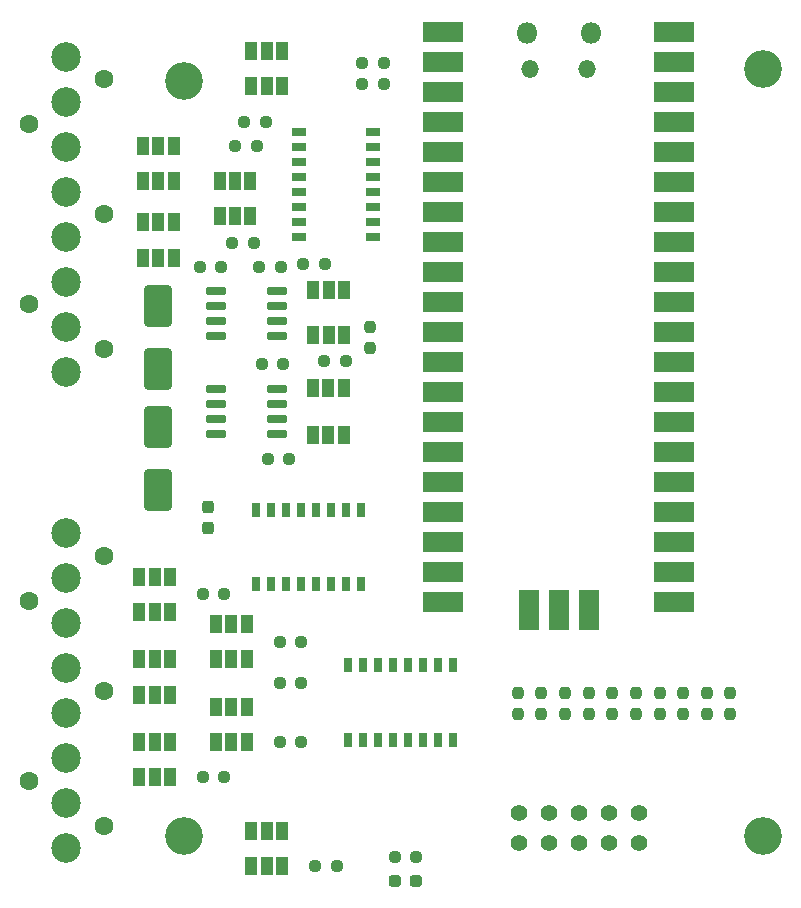
<source format=gts>
%TF.GenerationSoftware,KiCad,Pcbnew,7.0.1-3b83917a11~172~ubuntu22.04.1*%
%TF.CreationDate,2023-03-24T23:57:15+01:00*%
%TF.ProjectId,door_if3_usb,646f6f72-5f69-4663-935f-7573622e6b69,rev?*%
%TF.SameCoordinates,Original*%
%TF.FileFunction,Soldermask,Top*%
%TF.FilePolarity,Negative*%
%FSLAX46Y46*%
G04 Gerber Fmt 4.6, Leading zero omitted, Abs format (unit mm)*
G04 Created by KiCad (PCBNEW 7.0.1-3b83917a11~172~ubuntu22.04.1) date 2023-03-24 23:57:15*
%MOMM*%
%LPD*%
G01*
G04 APERTURE LIST*
G04 Aperture macros list*
%AMRoundRect*
0 Rectangle with rounded corners*
0 $1 Rounding radius*
0 $2 $3 $4 $5 $6 $7 $8 $9 X,Y pos of 4 corners*
0 Add a 4 corners polygon primitive as box body*
4,1,4,$2,$3,$4,$5,$6,$7,$8,$9,$2,$3,0*
0 Add four circle primitives for the rounded corners*
1,1,$1+$1,$2,$3*
1,1,$1+$1,$4,$5*
1,1,$1+$1,$6,$7*
1,1,$1+$1,$8,$9*
0 Add four rect primitives between the rounded corners*
20,1,$1+$1,$2,$3,$4,$5,0*
20,1,$1+$1,$4,$5,$6,$7,0*
20,1,$1+$1,$6,$7,$8,$9,0*
20,1,$1+$1,$8,$9,$2,$3,0*%
G04 Aperture macros list end*
%ADD10R,1.300000X0.800000*%
%ADD11RoundRect,0.237500X0.237500X-0.250000X0.237500X0.250000X-0.237500X0.250000X-0.237500X-0.250000X0*%
%ADD12RoundRect,0.237500X0.250000X0.237500X-0.250000X0.237500X-0.250000X-0.237500X0.250000X-0.237500X0*%
%ADD13R,1.000000X1.500000*%
%ADD14RoundRect,0.237500X-0.250000X-0.237500X0.250000X-0.237500X0.250000X0.237500X-0.250000X0.237500X0*%
%ADD15C,3.200000*%
%ADD16C,1.422400*%
%ADD17RoundRect,0.150000X0.725000X0.150000X-0.725000X0.150000X-0.725000X-0.150000X0.725000X-0.150000X0*%
%ADD18R,0.800000X1.300000*%
%ADD19RoundRect,0.250000X0.900000X-1.500000X0.900000X1.500000X-0.900000X1.500000X-0.900000X-1.500000X0*%
%ADD20C,2.500000*%
%ADD21C,1.600000*%
%ADD22RoundRect,0.237500X0.287500X0.237500X-0.287500X0.237500X-0.287500X-0.237500X0.287500X-0.237500X0*%
%ADD23RoundRect,0.237500X-0.237500X0.300000X-0.237500X-0.300000X0.237500X-0.300000X0.237500X0.300000X0*%
%ADD24RoundRect,0.250000X-0.900000X1.500000X-0.900000X-1.500000X0.900000X-1.500000X0.900000X1.500000X0*%
%ADD25R,1.700000X3.500000*%
%ADD26R,3.500000X1.700000*%
%ADD27O,1.800000X1.800000*%
%ADD28O,1.500000X1.500000*%
G04 APERTURE END LIST*
D10*
%TO.C,U4*%
X140000000Y-73350000D03*
X140000000Y-74630000D03*
X140000000Y-75890000D03*
X140000000Y-77160000D03*
X140000000Y-78440000D03*
X140000000Y-79710000D03*
X140000000Y-80970000D03*
X140000000Y-82250000D03*
X133700000Y-82250000D03*
X133700000Y-80970000D03*
X133700000Y-79710000D03*
X133700000Y-78440000D03*
X133700000Y-77160000D03*
X133700000Y-75890000D03*
X133700000Y-74630000D03*
X133700000Y-73350000D03*
%TD*%
D11*
%TO.C,R3*%
X154250000Y-122662500D03*
X154250000Y-120837500D03*
%TD*%
D12*
%TO.C,R22*%
X137662500Y-92750000D03*
X135837500Y-92750000D03*
%TD*%
D13*
%TO.C,JP13*%
X123100000Y-84000000D03*
X121800000Y-84000000D03*
X120500000Y-84000000D03*
%TD*%
D14*
%TO.C,R26*%
X131087500Y-101000000D03*
X132912500Y-101000000D03*
%TD*%
D15*
%TO.C,H4*%
X173000000Y-133000000D03*
%TD*%
D16*
%TO.C,J2*%
X162540000Y-131000000D03*
X162540000Y-133540000D03*
X160000000Y-131000000D03*
X160000000Y-133540000D03*
X157460000Y-131000000D03*
X157460000Y-133540000D03*
X154920000Y-131000000D03*
X154920000Y-133540000D03*
X152380000Y-131000000D03*
X152380000Y-133540000D03*
%TD*%
D13*
%TO.C,JP24*%
X132300000Y-66500000D03*
X131000000Y-66500000D03*
X129700000Y-66500000D03*
%TD*%
D14*
%TO.C,R1*%
X141837500Y-134750000D03*
X143662500Y-134750000D03*
%TD*%
D13*
%TO.C,JP1*%
X129700000Y-135500000D03*
X131000000Y-135500000D03*
X132300000Y-135500000D03*
%TD*%
%TO.C,JP15*%
X129600000Y-80500000D03*
X128300000Y-80500000D03*
X127000000Y-80500000D03*
%TD*%
D11*
%TO.C,R4*%
X156250000Y-122662500D03*
X156250000Y-120837500D03*
%TD*%
D17*
%TO.C,Q1*%
X131825000Y-98905000D03*
X131825000Y-97635000D03*
X131825000Y-96365000D03*
X131825000Y-95095000D03*
X126675000Y-95095000D03*
X126675000Y-96365000D03*
X126675000Y-97635000D03*
X126675000Y-98905000D03*
%TD*%
D12*
%TO.C,R15*%
X127412500Y-112500000D03*
X125587500Y-112500000D03*
%TD*%
%TO.C,R16*%
X127162500Y-84750000D03*
X125337500Y-84750000D03*
%TD*%
D17*
%TO.C,Q2*%
X131825000Y-90655000D03*
X131825000Y-89385000D03*
X131825000Y-88115000D03*
X131825000Y-86845000D03*
X126675000Y-86845000D03*
X126675000Y-88115000D03*
X126675000Y-89385000D03*
X126675000Y-90655000D03*
%TD*%
D13*
%TO.C,JP22*%
X123100000Y-74500000D03*
X121800000Y-74500000D03*
X120500000Y-74500000D03*
%TD*%
D15*
%TO.C,H1*%
X124000000Y-69000000D03*
%TD*%
D18*
%TO.C,U2*%
X137880000Y-124800000D03*
X139160000Y-124800000D03*
X140420000Y-124800000D03*
X141690000Y-124800000D03*
X142970000Y-124800000D03*
X144240000Y-124800000D03*
X145500000Y-124800000D03*
X146780000Y-124800000D03*
X146780000Y-118500000D03*
X145500000Y-118500000D03*
X144240000Y-118500000D03*
X142970000Y-118500000D03*
X141690000Y-118500000D03*
X140420000Y-118500000D03*
X139160000Y-118500000D03*
X137880000Y-118500000D03*
%TD*%
D11*
%TO.C,R27*%
X139750000Y-91662500D03*
X139750000Y-89837500D03*
%TD*%
D12*
%TO.C,R24*%
X130162500Y-74500000D03*
X128337500Y-74500000D03*
%TD*%
D18*
%TO.C,U3*%
X130050000Y-111650000D03*
X131330000Y-111650000D03*
X132590000Y-111650000D03*
X133860000Y-111650000D03*
X135140000Y-111650000D03*
X136410000Y-111650000D03*
X137670000Y-111650000D03*
X138950000Y-111650000D03*
X138950000Y-105350000D03*
X137670000Y-105350000D03*
X136410000Y-105350000D03*
X135140000Y-105350000D03*
X133860000Y-105350000D03*
X132590000Y-105350000D03*
X131330000Y-105350000D03*
X130050000Y-105350000D03*
%TD*%
D13*
%TO.C,JP8*%
X122800000Y-118000000D03*
X121500000Y-118000000D03*
X120200000Y-118000000D03*
%TD*%
%TO.C,JP16*%
X129600000Y-77500000D03*
X128300000Y-77500000D03*
X127000000Y-77500000D03*
%TD*%
D12*
%TO.C,R25*%
X130912500Y-72500000D03*
X129087500Y-72500000D03*
%TD*%
%TO.C,R17*%
X129912500Y-82750000D03*
X128087500Y-82750000D03*
%TD*%
D14*
%TO.C,R23*%
X134087500Y-84500000D03*
X135912500Y-84500000D03*
%TD*%
D11*
%TO.C,R5*%
X158250000Y-122662500D03*
X158250000Y-120837500D03*
%TD*%
D19*
%TO.C,D2*%
X121750000Y-103700000D03*
X121750000Y-98300000D03*
%TD*%
D13*
%TO.C,JP18*%
X134900000Y-99000000D03*
X136200000Y-99000000D03*
X137500000Y-99000000D03*
%TD*%
D12*
%TO.C,R18*%
X139087500Y-67500000D03*
X140912500Y-67500000D03*
%TD*%
D20*
%TO.C,J3*%
X114000000Y-67000000D03*
X114000000Y-70810000D03*
X114000000Y-74620000D03*
X114000000Y-78430000D03*
X114000000Y-82240000D03*
X114000000Y-86050000D03*
X114000000Y-89860000D03*
X114000000Y-93670000D03*
D21*
X110825000Y-72715000D03*
X110825000Y-87955000D03*
X117175000Y-68905000D03*
X117175000Y-80335000D03*
X117175000Y-91765000D03*
%TD*%
D12*
%TO.C,R14*%
X133912500Y-116500000D03*
X132087500Y-116500000D03*
%TD*%
%TO.C,R11*%
X127412500Y-128000000D03*
X125587500Y-128000000D03*
%TD*%
D15*
%TO.C,H2*%
X124000000Y-133000000D03*
%TD*%
D11*
%TO.C,R2*%
X152250000Y-120837500D03*
X152250000Y-122662500D03*
%TD*%
D13*
%TO.C,JP23*%
X129700000Y-69500000D03*
X131000000Y-69500000D03*
X132300000Y-69500000D03*
%TD*%
D11*
%TO.C,R8*%
X164250000Y-120837500D03*
X164250000Y-122662500D03*
%TD*%
D13*
%TO.C,JP5*%
X129300000Y-125000000D03*
X128000000Y-125000000D03*
X126700000Y-125000000D03*
%TD*%
%TO.C,JP19*%
X137550000Y-86750000D03*
X136250000Y-86750000D03*
X134950000Y-86750000D03*
%TD*%
D22*
%TO.C,D1*%
X143625000Y-136750000D03*
X141875000Y-136750000D03*
%TD*%
D12*
%TO.C,R10*%
X136912500Y-135500000D03*
X135087500Y-135500000D03*
%TD*%
D11*
%TO.C,R9*%
X166250000Y-122662500D03*
X166250000Y-120837500D03*
%TD*%
%TO.C,R20*%
X168250000Y-122662500D03*
X168250000Y-120837500D03*
%TD*%
D23*
%TO.C,C1*%
X126000000Y-105137500D03*
X126000000Y-106862500D03*
%TD*%
D20*
%TO.C,J1*%
X114000000Y-107330000D03*
X114000000Y-111140000D03*
X114000000Y-114950000D03*
X114000000Y-118760000D03*
X114000000Y-122570000D03*
X114000000Y-126380000D03*
X114000000Y-130190000D03*
X114000000Y-134000000D03*
D21*
X110825000Y-113045000D03*
X110825000Y-128285000D03*
X117175000Y-109235000D03*
X117175000Y-120665000D03*
X117175000Y-132095000D03*
%TD*%
D15*
%TO.C,H3*%
X173000000Y-68000000D03*
%TD*%
D13*
%TO.C,JP3*%
X122800000Y-128000000D03*
X121500000Y-128000000D03*
X120200000Y-128000000D03*
%TD*%
D12*
%TO.C,R13*%
X133912500Y-120000000D03*
X132087500Y-120000000D03*
%TD*%
D13*
%TO.C,JP20*%
X134950000Y-90500000D03*
X136250000Y-90500000D03*
X137550000Y-90500000D03*
%TD*%
D12*
%TO.C,R19*%
X139087500Y-69250000D03*
X140912500Y-69250000D03*
%TD*%
D13*
%TO.C,JP4*%
X122800000Y-125000000D03*
X121500000Y-125000000D03*
X120200000Y-125000000D03*
%TD*%
D12*
%TO.C,R12*%
X133912500Y-125000000D03*
X132087500Y-125000000D03*
%TD*%
D13*
%TO.C,JP12*%
X122800000Y-111000000D03*
X121500000Y-111000000D03*
X120200000Y-111000000D03*
%TD*%
%TO.C,JP7*%
X122800000Y-121000000D03*
X121500000Y-121000000D03*
X120200000Y-121000000D03*
%TD*%
D11*
%TO.C,R6*%
X160250000Y-120837500D03*
X160250000Y-122662500D03*
%TD*%
D13*
%TO.C,JP9*%
X126700000Y-118000000D03*
X128000000Y-118000000D03*
X129300000Y-118000000D03*
%TD*%
%TO.C,JP21*%
X123100000Y-77500000D03*
X121800000Y-77500000D03*
X120500000Y-77500000D03*
%TD*%
D11*
%TO.C,R21*%
X170250000Y-122662500D03*
X170250000Y-120837500D03*
%TD*%
D13*
%TO.C,JP17*%
X137500000Y-95000000D03*
X136200000Y-95000000D03*
X134900000Y-95000000D03*
%TD*%
%TO.C,JP2*%
X132300000Y-132500000D03*
X131000000Y-132500000D03*
X129700000Y-132500000D03*
%TD*%
%TO.C,JP6*%
X129300000Y-122000000D03*
X128000000Y-122000000D03*
X126700000Y-122000000D03*
%TD*%
D12*
%TO.C,R28*%
X132412500Y-93000000D03*
X130587500Y-93000000D03*
%TD*%
D13*
%TO.C,JP11*%
X120200000Y-114000000D03*
X121500000Y-114000000D03*
X122800000Y-114000000D03*
%TD*%
D24*
%TO.C,D4*%
X121750000Y-88050000D03*
X121750000Y-93450000D03*
%TD*%
D12*
%TO.C,R29*%
X132162500Y-84750000D03*
X130337500Y-84750000D03*
%TD*%
D13*
%TO.C,JP14*%
X123100000Y-81000000D03*
X121800000Y-81000000D03*
X120500000Y-81000000D03*
%TD*%
D25*
%TO.C,U1*%
X158265000Y-113800000D03*
X155725000Y-113800000D03*
X153185000Y-113800000D03*
D26*
X165515000Y-64870000D03*
X165515000Y-67410000D03*
X165515000Y-69950000D03*
X165515000Y-72490000D03*
X165515000Y-75030000D03*
X165515000Y-77570000D03*
X165515000Y-80110000D03*
X165515000Y-82650000D03*
X165515000Y-85190000D03*
X165515000Y-87730000D03*
X165515000Y-90270000D03*
X165515000Y-92810000D03*
X165515000Y-95350000D03*
X165515000Y-97890000D03*
X165515000Y-100430000D03*
X165515000Y-102970000D03*
X165515000Y-105510000D03*
X165515000Y-108050000D03*
X165515000Y-110590000D03*
X165515000Y-113130000D03*
X145935000Y-113130000D03*
X145935000Y-110590000D03*
X145935000Y-108050000D03*
X145935000Y-105510000D03*
X145935000Y-102970000D03*
X145935000Y-100430000D03*
X145935000Y-97890000D03*
X145935000Y-95350000D03*
X145935000Y-92810000D03*
X145935000Y-90270000D03*
X145935000Y-87730000D03*
X145935000Y-85190000D03*
X145935000Y-82650000D03*
X145935000Y-80110000D03*
X145935000Y-77570000D03*
X145935000Y-75030000D03*
X145935000Y-72490000D03*
X145935000Y-69950000D03*
X145935000Y-67410000D03*
X145935000Y-64870000D03*
D27*
X158450000Y-65000000D03*
D28*
X158150000Y-68030000D03*
X153300000Y-68030000D03*
D27*
X153000000Y-65000000D03*
%TD*%
D11*
%TO.C,R7*%
X162250000Y-120837500D03*
X162250000Y-122662500D03*
%TD*%
D13*
%TO.C,JP10*%
X129300000Y-115000000D03*
X128000000Y-115000000D03*
X126700000Y-115000000D03*
%TD*%
M02*

</source>
